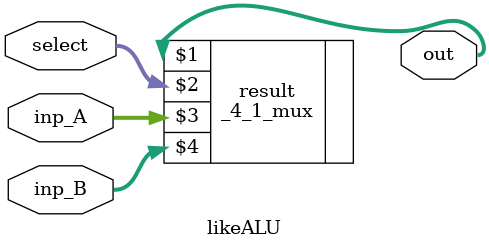
<source format=v>
module likeALU(out,inp_A,inp_B,select);
input [4:0]inp_A,inp_B;
input [1:0]select;
output [4:0]out;

_4_1_mux result(out,select,inp_A,inp_B);

endmodule
</source>
